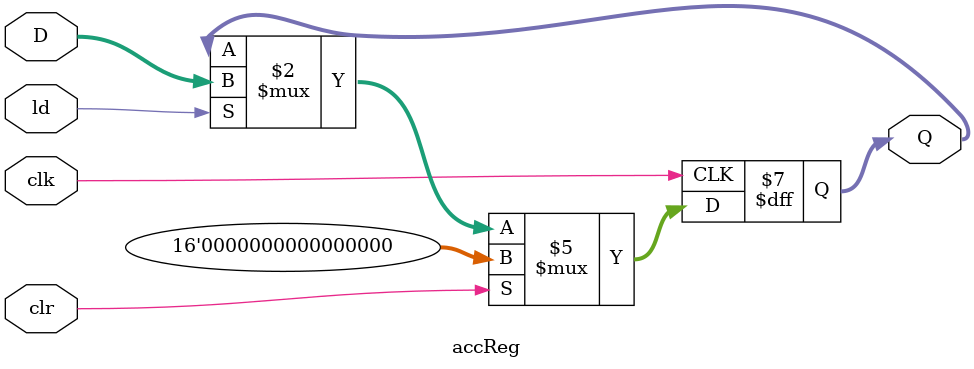
<source format=v>
`timescale 1ns / 1ps

module accReg(ld, clr, clk, D, Q);
//inputs
input clr, clk, ld;

//Input for accRegister = output from mux
input [15:0] D;


//output that enter on the Display and the B input of ALU
output reg [15:0] Q;

//fire on clock
always @ (posedge clk)
    //if clear the output will be 0
    if(clr)
        Q <= 0;
        //if load then the output will be the input
    else if(ld)
        Q <= D;
    
endmodule

</source>
